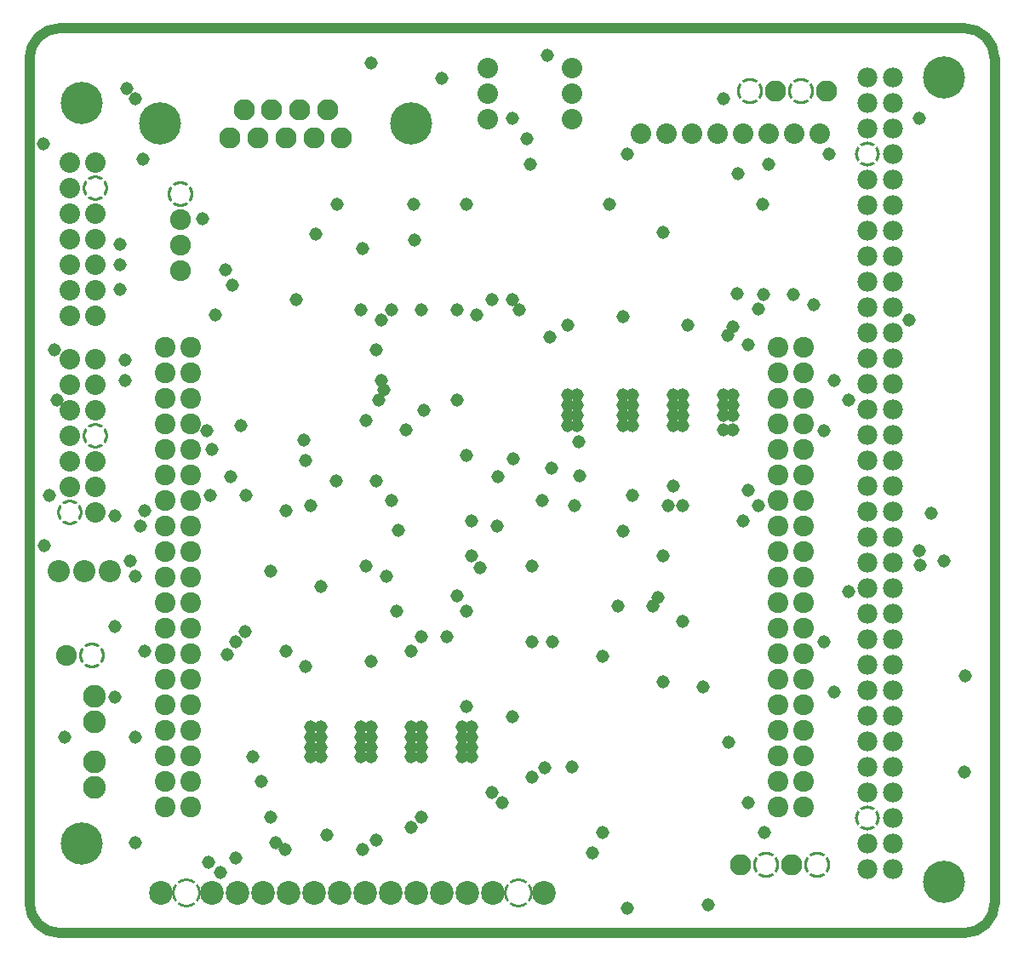
<source format=gbr>
%TF.GenerationSoftware,Altium Limited,Altium Designer,23.1.1 (15)*%
G04 Layer_Physical_Order=3*
G04 Layer_Color=128*
%FSLAX45Y45*%
%MOMM*%
%TF.SameCoordinates,94CA0F20-7CEF-4758-9589-D945348769B5*%
%TF.FilePolarity,Negative*%
%TF.FileFunction,Copper,L3,Inr,Plane*%
%TF.Part,Single*%
G01*
G75*
%TA.AperFunction,NonConductor*%
%ADD40C,1.01600*%
%TA.AperFunction,ComponentPad*%
%ADD41C,2.06600*%
G04:AMPARAMS|DCode=42|XSize=2.574mm|YSize=2.574mm|CornerRadius=0mm|HoleSize=0mm|Usage=FLASHONLY|Rotation=0.000|XOffset=0mm|YOffset=0mm|HoleType=Round|Shape=Relief|Width=0.254mm|Gap=0.254mm|Entries=4|*
%AMTHD42*
7,0,0,2.57400,2.06600,0.25400,45*
%
%ADD42THD42*%
%ADD43C,2.10600*%
G04:AMPARAMS|DCode=46|XSize=2.544mm|YSize=2.544mm|CornerRadius=0mm|HoleSize=0mm|Usage=FLASHONLY|Rotation=0.000|XOffset=0mm|YOffset=0mm|HoleType=Round|Shape=Relief|Width=0.254mm|Gap=0.254mm|Entries=4|*
%AMTHD46*
7,0,0,2.54400,2.03600,0.25400,45*
%
%ADD46THD46*%
%ADD47C,2.03600*%
G04:AMPARAMS|DCode=48|XSize=2.874mm|YSize=2.874mm|CornerRadius=0mm|HoleSize=0mm|Usage=FLASHONLY|Rotation=0.000|XOffset=0mm|YOffset=0mm|HoleType=Round|Shape=Relief|Width=0.254mm|Gap=0.254mm|Entries=4|*
%AMTHD48*
7,0,0,2.87400,2.36600,0.25400,45*
%
%ADD48THD48*%
%ADD49C,2.36600*%
%ADD50C,2.11600*%
%ADD51C,2.20600*%
G04:AMPARAMS|DCode=52|XSize=2.474mm|YSize=2.474mm|CornerRadius=0mm|HoleSize=0mm|Usage=FLASHONLY|Rotation=0.000|XOffset=0mm|YOffset=0mm|HoleType=Round|Shape=Relief|Width=0.254mm|Gap=0.254mm|Entries=4|*
%AMTHD52*
7,0,0,2.47400,1.96600,0.25400,45*
%
%ADD52THD52*%
%ADD53C,1.96600*%
%ADD54C,2.26600*%
%ADD55C,2.05600*%
%TA.AperFunction,WasherPad*%
%ADD57C,4.19600*%
%TA.AperFunction,ViaPad*%
%ADD58C,1.31600*%
%TA.AperFunction,ComponentPad*%
%ADD59C,4.19600*%
G04:AMPARAMS|DCode=60|XSize=2.624mm|YSize=2.624mm|CornerRadius=0mm|HoleSize=0mm|Usage=FLASHONLY|Rotation=0.000|XOffset=0mm|YOffset=0mm|HoleType=Round|Shape=Relief|Width=0.254mm|Gap=0.254mm|Entries=4|*
%AMTHD60*
7,0,0,2.62400,2.11600,0.25400,45*
%
%ADD60THD60*%
D40*
X-9600000Y300000D02*
G03*
X-9300000Y0I300000J0D01*
G01*
X-300000D02*
G03*
X0Y300000I0J300000D01*
G01*
Y8700000D02*
G03*
X-300000Y9000000I-300000J0D01*
G01*
X-9300000D02*
G03*
X-9600000Y8700000I0J-300000D01*
G01*
X-9300000Y0D02*
X-300000D01*
X0Y300000D02*
Y8700000D01*
X-9300000Y9000000D02*
X-300000D01*
X-9600000Y300000D02*
Y8700000D01*
D41*
X-8100000Y7100000D02*
D03*
Y6846000D02*
D03*
Y6592000D02*
D03*
X-9236711Y2763476D02*
D03*
D42*
X-8100000Y7354000D02*
D03*
X-8982711Y2763476D02*
D03*
D43*
X-7465500Y8192000D02*
D03*
X-7188500D02*
D03*
X-6911500D02*
D03*
X-6634500D02*
D03*
X-7327000Y7908000D02*
D03*
X-7050000D02*
D03*
X-6773000D02*
D03*
X-6496000D02*
D03*
X-7604000D02*
D03*
D46*
X-8946000Y7408000D02*
D03*
Y4946000D02*
D03*
X-9200000Y4184000D02*
D03*
D47*
X-8946000Y6138000D02*
D03*
Y6392000D02*
D03*
Y6646000D02*
D03*
Y6900000D02*
D03*
Y7154000D02*
D03*
Y7662000D02*
D03*
X-9200000Y6138000D02*
D03*
Y6392000D02*
D03*
Y6646000D02*
D03*
Y6900000D02*
D03*
Y7154000D02*
D03*
Y7408000D02*
D03*
Y7662000D02*
D03*
X-8946000Y4184000D02*
D03*
Y4438000D02*
D03*
Y4692000D02*
D03*
Y5200000D02*
D03*
Y5454000D02*
D03*
Y5708000D02*
D03*
X-9200000Y4438000D02*
D03*
Y4692000D02*
D03*
Y4946000D02*
D03*
Y5200000D02*
D03*
Y5454000D02*
D03*
Y5708000D02*
D03*
X-4200000Y8604000D02*
D03*
Y8350000D02*
D03*
Y8096000D02*
D03*
X-5042500Y8604000D02*
D03*
Y8350000D02*
D03*
Y8096000D02*
D03*
X-1738000Y7950000D02*
D03*
X-1992000D02*
D03*
X-2246000D02*
D03*
X-2500000D02*
D03*
X-2754000D02*
D03*
X-3008000D02*
D03*
X-3262000D02*
D03*
X-3516000D02*
D03*
D48*
X-8036000Y400000D02*
D03*
X-4734000D02*
D03*
D49*
X-8290000D02*
D03*
X-7782000D02*
D03*
X-7528000D02*
D03*
X-7274000D02*
D03*
X-7020000D02*
D03*
X-6766000D02*
D03*
X-6512000D02*
D03*
X-6258000D02*
D03*
X-6004000D02*
D03*
X-5750000D02*
D03*
X-5496000D02*
D03*
X-5242000D02*
D03*
X-4988000D02*
D03*
X-4480000D02*
D03*
D50*
X-1669000Y8373000D02*
D03*
X-2177000D02*
D03*
X-2023000Y677000D02*
D03*
X-2531000D02*
D03*
D51*
X-8800000Y3600000D02*
D03*
X-9054000D02*
D03*
X-9308000D02*
D03*
D52*
X-1270000Y7747000D02*
D03*
Y1143000D02*
D03*
D53*
X-1016000Y8509000D02*
D03*
Y8255000D02*
D03*
Y8001000D02*
D03*
Y7747000D02*
D03*
Y7493000D02*
D03*
Y7239000D02*
D03*
Y6985000D02*
D03*
Y6731000D02*
D03*
Y6477000D02*
D03*
Y6223000D02*
D03*
Y5969000D02*
D03*
Y5715000D02*
D03*
Y5461000D02*
D03*
Y5207000D02*
D03*
Y4953000D02*
D03*
Y4699000D02*
D03*
Y4445000D02*
D03*
Y4191000D02*
D03*
Y3937000D02*
D03*
Y3683000D02*
D03*
Y3429000D02*
D03*
Y3175000D02*
D03*
Y2921000D02*
D03*
Y2667000D02*
D03*
Y2413000D02*
D03*
Y2159000D02*
D03*
Y1905000D02*
D03*
Y1651000D02*
D03*
Y1397000D02*
D03*
Y1143000D02*
D03*
Y889000D02*
D03*
Y635000D02*
D03*
X-1270000Y8509000D02*
D03*
Y8255000D02*
D03*
Y8001000D02*
D03*
Y7493000D02*
D03*
Y7239000D02*
D03*
Y6985000D02*
D03*
Y6731000D02*
D03*
Y6477000D02*
D03*
Y6223000D02*
D03*
Y5969000D02*
D03*
Y5715000D02*
D03*
Y5461000D02*
D03*
Y5207000D02*
D03*
Y4953000D02*
D03*
Y4699000D02*
D03*
Y4445000D02*
D03*
Y4191000D02*
D03*
Y3937000D02*
D03*
Y3683000D02*
D03*
Y3429000D02*
D03*
Y3175000D02*
D03*
Y2921000D02*
D03*
Y2667000D02*
D03*
Y2413000D02*
D03*
Y2159000D02*
D03*
Y1905000D02*
D03*
Y1651000D02*
D03*
Y1397000D02*
D03*
Y889000D02*
D03*
Y635000D02*
D03*
D54*
X-8950000Y1704000D02*
D03*
Y1450000D02*
D03*
Y2100000D02*
D03*
Y2354000D02*
D03*
D55*
X-1900000Y1250000D02*
D03*
X-2154000D02*
D03*
X-1900000Y1504000D02*
D03*
X-2154000D02*
D03*
X-1900000Y1758000D02*
D03*
X-2154000D02*
D03*
X-1900000Y2012000D02*
D03*
X-2154000D02*
D03*
X-1900000Y2266000D02*
D03*
X-2154000D02*
D03*
X-1900000Y2520000D02*
D03*
X-2154000D02*
D03*
X-1900000Y2774000D02*
D03*
X-2154000D02*
D03*
X-1900000Y3028000D02*
D03*
X-2154000D02*
D03*
X-1900000Y3282000D02*
D03*
X-2154000D02*
D03*
X-1900000Y3536000D02*
D03*
X-2154000D02*
D03*
X-1900000Y3790000D02*
D03*
X-2154000D02*
D03*
X-1900000Y4044000D02*
D03*
X-2154000D02*
D03*
X-1900000Y4298000D02*
D03*
X-2154000D02*
D03*
X-1900000Y4552000D02*
D03*
X-2154000D02*
D03*
X-1900000Y4806000D02*
D03*
X-2154000D02*
D03*
X-1900000Y5060000D02*
D03*
X-2154000D02*
D03*
X-1900000Y5314000D02*
D03*
X-2154000D02*
D03*
X-1900000Y5568000D02*
D03*
X-2154000D02*
D03*
X-1900000Y5822000D02*
D03*
X-2154000D02*
D03*
X-7996000Y1250000D02*
D03*
X-8250000D02*
D03*
X-7996000Y1504000D02*
D03*
X-8250000D02*
D03*
X-7996000Y1758000D02*
D03*
X-8250000D02*
D03*
X-7996000Y2012000D02*
D03*
X-8250000D02*
D03*
X-7996000Y2266000D02*
D03*
X-8250000D02*
D03*
X-7996000Y2520000D02*
D03*
X-8250000D02*
D03*
X-7996000Y2774000D02*
D03*
X-8250000D02*
D03*
X-7996000Y3028000D02*
D03*
X-8250000D02*
D03*
X-7996000Y3282000D02*
D03*
X-8250000D02*
D03*
X-7996000Y3536000D02*
D03*
X-8250000D02*
D03*
X-7996000Y3790000D02*
D03*
X-8250000D02*
D03*
X-7996000Y4044000D02*
D03*
X-8250000D02*
D03*
X-7996000Y4298000D02*
D03*
X-8250000D02*
D03*
X-7996000Y4552000D02*
D03*
X-8250000D02*
D03*
X-7996000Y4806000D02*
D03*
X-8250000D02*
D03*
X-7996000Y5060000D02*
D03*
X-8250000D02*
D03*
X-7996000Y5314000D02*
D03*
X-8250000D02*
D03*
X-7996000Y5568000D02*
D03*
X-8250000D02*
D03*
X-7996000Y5822000D02*
D03*
X-8250000D02*
D03*
D57*
X-508000Y8509000D02*
D03*
Y508000D02*
D03*
X-9081000Y889000D02*
D03*
Y8255000D02*
D03*
D58*
X-7877391Y7102164D02*
D03*
X-7584636Y6443702D02*
D03*
X-3300000Y3750000D02*
D03*
X-3750000Y3250000D02*
D03*
X-3400000D02*
D03*
X-5250000Y3200000D02*
D03*
X-3350830Y3333233D02*
D03*
X-1700000Y2900000D02*
D03*
X-2450000Y1300000D02*
D03*
X-741148Y3656747D02*
D03*
X-500000Y3700000D02*
D03*
X-6000293Y6200000D02*
D03*
X-6000000Y4300000D02*
D03*
X-5929159Y4006949D02*
D03*
X-7450000Y4350000D02*
D03*
X-7823100Y700000D02*
D03*
X-5200000Y3750000D02*
D03*
X-5116666Y3630509D02*
D03*
X-4950000Y4050000D02*
D03*
X-5200000Y4100000D02*
D03*
X-4938119Y4541406D02*
D03*
X-5350000Y3350000D02*
D03*
X-5770174Y6894406D02*
D03*
X-6287506Y6809009D02*
D03*
X-6539823Y7251735D02*
D03*
X-5776195D02*
D03*
X-5250000Y7250000D02*
D03*
X-8550000Y900000D02*
D03*
X-9250000Y1950000D02*
D03*
X-8750000Y3050000D02*
D03*
X-4471080Y1640351D02*
D03*
X-3299769Y6973096D02*
D03*
X-3831000Y7250000D02*
D03*
X-2307000D02*
D03*
X-5676900Y5200000D02*
D03*
X-5701690Y2948310D02*
D03*
X-4622735Y7650000D02*
D03*
X-4727774Y6200000D02*
D03*
X-2250000Y7650000D02*
D03*
X-2550000Y7550000D02*
D03*
X-4425735Y5925734D02*
D03*
X-4650000Y7900000D02*
D03*
X-2563805Y6357659D02*
D03*
X-4800000Y6300000D02*
D03*
X-3700000Y6126900D02*
D03*
X-6750000Y6950000D02*
D03*
X-5350000Y6200000D02*
D03*
X-6950800Y6299600D02*
D03*
X-6300000Y6200000D02*
D03*
X-6100000Y6100000D02*
D03*
X-5150000Y6150000D02*
D03*
X-5700000Y6200000D02*
D03*
X-633596Y4174906D02*
D03*
X-294968Y2558500D02*
D03*
X-300000Y1600000D02*
D03*
X-846978Y6094225D02*
D03*
X-1450000Y5300000D02*
D03*
X-8633808Y8400000D02*
D03*
X-9465540Y7846722D02*
D03*
X-4450000Y8726100D02*
D03*
X-9349253Y5800000D02*
D03*
X-9400000Y4350000D02*
D03*
X-9326900Y5300000D02*
D03*
X-2700000Y8300000D02*
D03*
X-8550000D02*
D03*
X-9450000Y3850000D02*
D03*
X-8473100Y7700000D02*
D03*
X-7832436Y5000000D02*
D03*
X-7781636Y4809237D02*
D03*
X-7600000Y4541406D02*
D03*
X-4404925Y4624943D02*
D03*
X-4791919Y4713843D02*
D03*
X-4250000Y5050000D02*
D03*
Y5150000D02*
D03*
Y5250000D02*
D03*
Y5350000D02*
D03*
X-3100000Y5050000D02*
D03*
Y5150000D02*
D03*
X-3200000Y5050000D02*
D03*
Y4450000D02*
D03*
X-4126900Y4550000D02*
D03*
X-4500000Y4300000D02*
D03*
X-3250000Y4250000D02*
D03*
X-3100000Y3100000D02*
D03*
X-6050000Y3550000D02*
D03*
X-7800000Y4350000D02*
D03*
X-8700000Y6650000D02*
D03*
X-8750000Y4150000D02*
D03*
X-8500000Y4050000D02*
D03*
X-8450000Y2800000D02*
D03*
X-750000Y8100000D02*
D03*
Y3800000D02*
D03*
X-1450000Y3400000D02*
D03*
X-4400000Y2900000D02*
D03*
X-3300000Y2500000D02*
D03*
X-4600000Y3650000D02*
D03*
X-4177700Y4250000D02*
D03*
X-7050000Y4200000D02*
D03*
X-7650000Y6599900D02*
D03*
X-8700000Y6850000D02*
D03*
X-6550000Y4500000D02*
D03*
X-6700000Y3450000D02*
D03*
X-7050000Y2800000D02*
D03*
X-7200000Y1150000D02*
D03*
X-7292742Y1508096D02*
D03*
X-7378141Y1753971D02*
D03*
X-7453815Y3001373D02*
D03*
X-7629574Y2771910D02*
D03*
X-7702674Y600000D02*
D03*
X-7550000Y2900000D02*
D03*
Y750000D02*
D03*
X-6124700Y5300000D02*
D03*
X-6073900Y5400000D02*
D03*
X-5444311Y2946275D02*
D03*
X-5800000Y2800000D02*
D03*
X-2291181Y997000D02*
D03*
X-2500000Y4100000D02*
D03*
X-3700000Y4000000D02*
D03*
X-5948311Y3198310D02*
D03*
X-7056151Y826900D02*
D03*
X-6287138Y827669D02*
D03*
X-6638860Y971936D02*
D03*
X-7150000Y900000D02*
D03*
X-6700000Y1750000D02*
D03*
X-5800000Y1050000D02*
D03*
X-5700000Y1150000D02*
D03*
X-5851710Y5001656D02*
D03*
X-4800000Y2150000D02*
D03*
X-8550000Y3550000D02*
D03*
X-8596800Y3700000D02*
D03*
X-8750000Y2350000D02*
D03*
X-5000000Y6300000D02*
D03*
X-5250000Y4750000D02*
D03*
X-5500000Y8500000D02*
D03*
X-4800000Y8100000D02*
D03*
X-4135968Y4888136D02*
D03*
X-6200000Y8650000D02*
D03*
X-3600000Y5150000D02*
D03*
Y5050000D02*
D03*
X-3700000Y5250000D02*
D03*
Y5150000D02*
D03*
Y5050000D02*
D03*
X-3600000Y5350000D02*
D03*
X-3700000D02*
D03*
X-3600000Y5250000D02*
D03*
X-5350000Y5300000D02*
D03*
X-8700000Y6400000D02*
D03*
X-8649200Y5700000D02*
D03*
Y5500000D02*
D03*
X-8550000Y1950000D02*
D03*
X-4600000Y2900000D02*
D03*
Y1550000D02*
D03*
X-6800000Y1750000D02*
D03*
X-5800000D02*
D03*
X-2700000Y5003800D02*
D03*
X-2606746D02*
D03*
X-2700000Y5150000D02*
D03*
X-2600000D02*
D03*
X-6100000Y5500000D02*
D03*
X-6150000Y4500000D02*
D03*
X-2450000Y4400000D02*
D03*
X-1650000Y7750000D02*
D03*
X-1600000Y5500000D02*
D03*
X-1700000Y5000000D02*
D03*
X-3650000Y7750000D02*
D03*
X-8450000Y4200000D02*
D03*
X-2651625Y5947475D02*
D03*
X-2600000Y6027700D02*
D03*
X-2350000Y6208500D02*
D03*
X-2300000Y6351990D02*
D03*
X-3050000Y6050000D02*
D03*
X-4250000D02*
D03*
X-2000000Y6350000D02*
D03*
X-1800000Y6250000D02*
D03*
X-2350000Y4250000D02*
D03*
X-3100000D02*
D03*
X-2450000Y5850000D02*
D03*
X-3600000Y4350000D02*
D03*
X-2850000Y280000D02*
D03*
X-1600000Y2400000D02*
D03*
X-2900000Y2450000D02*
D03*
X-3900000Y2750000D02*
D03*
X-3897500Y1000000D02*
D03*
X-4000000Y800000D02*
D03*
X-3650000Y250000D02*
D03*
X-4900000Y1300000D02*
D03*
X-5250000Y2250000D02*
D03*
X-5000000Y1400000D02*
D03*
X-6850000Y2650000D02*
D03*
X-6200000Y2700000D02*
D03*
X-6250000Y3650000D02*
D03*
X-6150000Y923100D02*
D03*
X-6873100Y4900000D02*
D03*
X-6850000Y4700000D02*
D03*
X-6250000Y5100000D02*
D03*
X-6800000Y4250000D02*
D03*
X-7750000Y6150000D02*
D03*
X-6150000Y5800000D02*
D03*
X-7500000Y5050000D02*
D03*
X-7200000Y3600000D02*
D03*
X-2600000Y5350000D02*
D03*
Y5250000D02*
D03*
X-2700000D02*
D03*
Y5350000D02*
D03*
X-3200000D02*
D03*
Y5250000D02*
D03*
Y5150000D02*
D03*
X-3100000Y5250000D02*
D03*
Y5350000D02*
D03*
X-4150000Y5050000D02*
D03*
Y5150000D02*
D03*
Y5250000D02*
D03*
Y5350000D02*
D03*
X-6800000Y1850000D02*
D03*
Y1950000D02*
D03*
Y2050000D02*
D03*
X-6700000D02*
D03*
Y1950000D02*
D03*
Y1850000D02*
D03*
X-6200000Y1750000D02*
D03*
Y1850000D02*
D03*
Y1950000D02*
D03*
Y2050000D02*
D03*
X-6300000D02*
D03*
Y1950000D02*
D03*
Y1850000D02*
D03*
Y1750000D02*
D03*
X-5800000Y2050000D02*
D03*
Y1950000D02*
D03*
Y1850000D02*
D03*
X-5700000Y2050000D02*
D03*
Y1950000D02*
D03*
Y1850000D02*
D03*
Y1750000D02*
D03*
X-5300000Y2050000D02*
D03*
X-5200000D02*
D03*
X-5300000Y1950000D02*
D03*
X-5200000D02*
D03*
X-5300000Y1850000D02*
D03*
X-5200000D02*
D03*
X-5300000Y1750000D02*
D03*
X-5200000D02*
D03*
X-4200000Y1650000D02*
D03*
X-2650000Y1900000D02*
D03*
D59*
X-5800000Y8050000D02*
D03*
X-8300000D02*
D03*
D60*
X-1923000Y8373000D02*
D03*
X-2431000D02*
D03*
X-1769000Y677000D02*
D03*
X-2277000D02*
D03*
%TF.MD5,1ddc6d34da128b92a2101cfba3fb8c01*%
M02*

</source>
